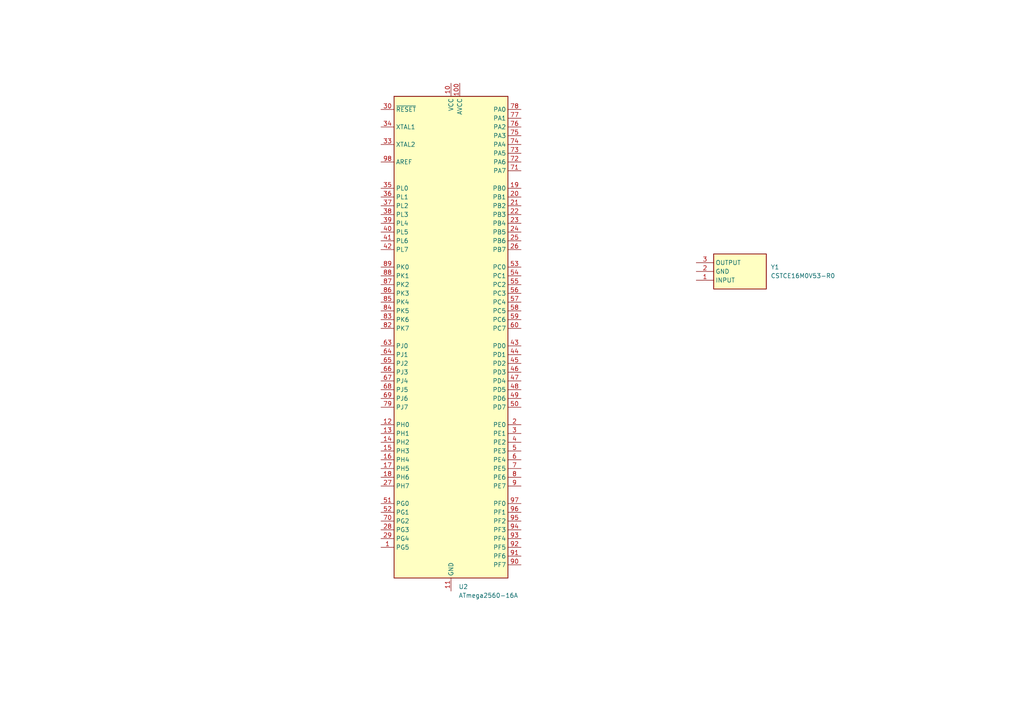
<source format=kicad_sch>
(kicad_sch (version 20230121) (generator eeschema)
  (paper "A4")
  (lib_symbols
    (symbol "MCU_Microchip_ATmega:ATmega2560-16A"
      (property "Reference" "U" (at 0 1.27 0))
      (property "Value" "ATmega2560-16A" (at 0 -1.27 0))
      (symbol "ATmega2560-16A_0_1"
        (rectangle (start -16.51 -69.85) (end 16.51 69.85) (stroke (width 0.254)) (fill (type background)))
      )
      (symbol "ATmega2560-16A_1_1"
        (pin bidirectional line (at -20.32 -60.96 0) (length 3.81) (name "PG5") (number "1"))
        (pin power_in line (at 0 73.66 270) (length 3.81) (name "VCC") (number "10"))
        (pin power_in line (at 2.54 73.66 270) (length 3.81) (name "AVCC") (number "100"))
        (pin power_in line (at 0 -73.66 90) (length 3.81) (name "GND") (number "11"))
        (pin bidirectional line (at -20.32 -25.4 0) (length 3.81) (name "PH0") (number "12"))
        (pin bidirectional line (at -20.32 -27.94 0) (length 3.81) (name "PH1") (number "13"))
        (pin bidirectional line (at -20.32 -30.48 0) (length 3.81) (name "PH2") (number "14"))
        (pin bidirectional line (at -20.32 -33.02 0) (length 3.81) (name "PH3") (number "15"))
        (pin bidirectional line (at -20.32 -35.56 0) (length 3.81) (name "PH4") (number "16"))
        (pin bidirectional line (at -20.32 -38.1 0) (length 3.81) (name "PH5") (number "17"))
        (pin bidirectional line (at -20.32 -40.64 0) (length 3.81) (name "PH6") (number "18"))
        (pin bidirectional line (at 20.32 43.18 180) (length 3.81) (name "PB0") (number "19"))
        (pin bidirectional line (at 20.32 -25.4 180) (length 3.81) (name "PE0") (number "2"))
        (pin bidirectional line (at 20.32 40.64 180) (length 3.81) (name "PB1") (number "20"))
        (pin bidirectional line (at 20.32 38.1 180) (length 3.81) (name "PB2") (number "21"))
        (pin bidirectional line (at 20.32 35.56 180) (length 3.81) (name "PB3") (number "22"))
        (pin bidirectional line (at 20.32 33.02 180) (length 3.81) (name "PB4") (number "23"))
        (pin bidirectional line (at 20.32 30.48 180) (length 3.81) (name "PB5") (number "24"))
        (pin bidirectional line (at 20.32 27.94 180) (length 3.81) (name "PB6") (number "25"))
        (pin bidirectional line (at 20.32 25.4 180) (length 3.81) (name "PB7") (number "26"))
        (pin bidirectional line (at -20.32 -43.18 0) (length 3.81) (name "PH7") (number "27"))
        (pin bidirectional line (at -20.32 -55.88 0) (length 3.81) (name "PG3") (number "28"))
        (pin bidirectional line (at -20.32 -58.42 0) (length 3.81) (name "PG4") (number "29"))
        (pin bidirectional line (at 20.32 -27.94 180) (length 3.81) (name "PE1") (number "3"))
        (pin input line (at -20.32 66.04 0) (length 3.81) (name "~{RESET}") (number "30"))
        (pin passive line (at 0 73.66 270) (length 3.81) hide (name "VCC") (number "31"))
        (pin passive line (at 0 -73.66 90) (length 3.81) hide (name "GND") (number "32"))
        (pin output line (at -20.32 55.88 0) (length 3.81) (name "XTAL2") (number "33"))
        (pin input line (at -20.32 60.96 0) (length 3.81) (name "XTAL1") (number "34"))
        (pin bidirectional line (at -20.32 43.18 0) (length 3.81) (name "PL0") (number "35"))
        (pin bidirectional line (at -20.32 40.64 0) (length 3.81) (name "PL1") (number "36"))
        (pin bidirectional line (at -20.32 38.1 0) (length 3.81) (name "PL2") (number "37"))
        (pin bidirectional line (at -20.32 35.56 0) (length 3.81) (name "PL3") (number "38"))
        (pin bidirectional line (at -20.32 33.02 0) (length 3.81) (name "PL4") (number "39"))
        (pin bidirectional line (at 20.32 -30.48 180) (length 3.81) (name "PE2") (number "4"))
        (pin bidirectional line (at -20.32 30.48 0) (length 3.81) (name "PL5") (number "40"))
        (pin bidirectional line (at -20.32 27.94 0) (length 3.81) (name "PL6") (number "41"))
        (pin bidirectional line (at -20.32 25.4 0) (length 3.81) (name "PL7") (number "42"))
        (pin bidirectional line (at 20.32 -2.54 180) (length 3.81) (name "PD0") (number "43"))
        (pin bidirectional line (at 20.32 -5.08 180) (length 3.81) (name "PD1") (number "44"))
        (pin bidirectional line (at 20.32 -7.62 180) (length 3.81) (name "PD2") (number "45"))
        (pin bidirectional line (at 20.32 -10.16 180) (length 3.81) (name "PD3") (number "46"))
        (pin bidirectional line (at 20.32 -12.7 180) (length 3.81) (name "PD4") (number "47"))
        (pin bidirectional line (at 20.32 -15.24 180) (length 3.81) (name "PD5") (number "48"))
        (pin bidirectional line (at 20.32 -17.78 180) (length 3.81) (name "PD6") (number "49"))
        (pin bidirectional line (at 20.32 -33.02 180) (length 3.81) (name "PE3") (number "5"))
        (pin bidirectional line (at 20.32 -20.32 180) (length 3.81) (name "PD7") (number "50"))
        (pin bidirectional line (at -20.32 -48.26 0) (length 3.81) (name "PG0") (number "51"))
        (pin bidirectional line (at -20.32 -50.8 0) (length 3.81) (name "PG1") (number "52"))
        (pin bidirectional line (at 20.32 20.32 180) (length 3.81) (name "PC0") (number "53"))
        (pin bidirectional line (at 20.32 17.78 180) (length 3.81) (name "PC1") (number "54"))
        (pin bidirectional line (at 20.32 15.24 180) (length 3.81) (name "PC2") (number "55"))
        (pin bidirectional line (at 20.32 12.7 180) (length 3.81) (name "PC3") (number "56"))
        (pin bidirectional line (at 20.32 10.16 180) (length 3.81) (name "PC4") (number "57"))
        (pin bidirectional line (at 20.32 7.62 180) (length 3.81) (name "PC5") (number "58"))
        (pin bidirectional line (at 20.32 5.08 180) (length 3.81) (name "PC6") (number "59"))
        (pin bidirectional line (at 20.32 -35.56 180) (length 3.81) (name "PE4") (number "6"))
        (pin bidirectional line (at 20.32 2.54 180) (length 3.81) (name "PC7") (number "60"))
        (pin passive line (at 0 73.66 270) (length 3.81) hide (name "VCC") (number "61"))
        (pin passive line (at 0 -73.66 90) (length 3.81) hide (name "GND") (number "62"))
        (pin bidirectional line (at -20.32 -2.54 0) (length 3.81) (name "PJ0") (number "63"))
        (pin bidirectional line (at -20.32 -5.08 0) (length 3.81) (name "PJ1") (number "64"))
        (pin bidirectional line (at -20.32 -7.62 0) (length 3.81) (name "PJ2") (number "65"))
        (pin bidirectional line (at -20.32 -10.16 0) (length 3.81) (name "PJ3") (number "66"))
        (pin bidirectional line (at -20.32 -12.7 0) (length 3.81) (name "PJ4") (number "67"))
        (pin bidirectional line (at -20.32 -15.24 0) (length 3.81) (name "PJ5") (number "68"))
        (pin bidirectional line (at -20.32 -17.78 0) (length 3.81) (name "PJ6") (number "69"))
        (pin bidirectional line (at 20.32 -38.1 180) (length 3.81) (name "PE5") (number "7"))
        (pin bidirectional line (at -20.32 -53.34 0) (length 3.81) (name "PG2") (number "70"))
        (pin bidirectional line (at 20.32 48.26 180) (length 3.81) (name "PA7") (number "71"))
        (pin bidirectional line (at 20.32 50.8 180) (length 3.81) (name "PA6") (number "72"))
        (pin bidirectional line (at 20.32 53.34 180) (length 3.81) (name "PA5") (number "73"))
        (pin bidirectional line (at 20.32 55.88 180) (length 3.81) (name "PA4") (number "74"))
        (pin bidirectional line (at 20.32 58.42 180) (length 3.81) (name "PA3") (number "75"))
        (pin bidirectional line (at 20.32 60.96 180) (length 3.81) (name "PA2") (number "76"))
        (pin bidirectional line (at 20.32 63.5 180) (length 3.81) (name "PA1") (number "77"))
        (pin bidirectional line (at 20.32 66.04 180) (length 3.81) (name "PA0") (number "78"))
        (pin bidirectional line (at -20.32 -20.32 0) (length 3.81) (name "PJ7") (number "79"))
        (pin bidirectional line (at 20.32 -40.64 180) (length 3.81) (name "PE6") (number "8"))
        (pin passive line (at 0 73.66 270) (length 3.81) hide (name "VCC") (number "80"))
        (pin passive line (at 0 -73.66 90) (length 3.81) hide (name "GND") (number "81"))
        (pin bidirectional line (at -20.32 2.54 0) (length 3.81) (name "PK7") (number "82"))
        (pin bidirectional line (at -20.32 5.08 0) (length 3.81) (name "PK6") (number "83"))
        (pin bidirectional line (at -20.32 7.62 0) (length 3.81) (name "PK5") (number "84"))
        (pin bidirectional line (at -20.32 10.16 0) (length 3.81) (name "PK4") (number "85"))
        (pin bidirectional line (at -20.32 12.7 0) (length 3.81) (name "PK3") (number "86"))
        (pin bidirectional line (at -20.32 15.24 0) (length 3.81) (name "PK2") (number "87"))
        (pin bidirectional line (at -20.32 17.78 0) (length 3.81) (name "PK1") (number "88"))
        (pin bidirectional line (at -20.32 20.32 0) (length 3.81) (name "PK0") (number "89"))
        (pin bidirectional line (at 20.32 -43.18 180) (length 3.81) (name "PE7") (number "9"))
        (pin bidirectional line (at 20.32 -66.04 180) (length 3.81) (name "PF7") (number "90"))
        (pin bidirectional line (at 20.32 -63.5 180) (length 3.81) (name "PF6") (number "91"))
        (pin bidirectional line (at 20.32 -60.96 180) (length 3.81) (name "PF5") (number "92"))
        (pin bidirectional line (at 20.32 -58.42 180) (length 3.81) (name "PF4") (number "93"))
        (pin bidirectional line (at 20.32 -55.88 180) (length 3.81) (name "PF3") (number "94"))
        (pin bidirectional line (at 20.32 -53.34 180) (length 3.81) (name "PF2") (number "95"))
        (pin bidirectional line (at 20.32 -50.8 180) (length 3.81) (name "PF1") (number "96"))
        (pin bidirectional line (at 20.32 -48.26 180) (length 3.81) (name "PF0") (number "97"))
        (pin passive line (at -20.32 50.8 0) (length 3.81) (name "AREF") (number "98"))
        (pin passive line (at 0 -73.66 90) (length 3.81) hide (name "GND") (number "99"))
      )
    )
    (symbol "SamacSys_Parts:CSTCE16M0V53-R0"
      (property "Reference" "Y" (at 21.59 7.62 0))
      (property "Value" "CSTCE16M0V53-R0" (at 21.59 5.08 0))
      (symbol "CSTCE16M0V53-R0_1_1"
        (rectangle (start 5.08 2.54) (end 20.32 -7.62) (stroke (width 0.254)) (fill (type background)))
        (pin passive line (at 0 -5.08 0) (length 5.08) (name "INPUT") (number "1"))
        (pin passive line (at 0 -2.54 0) (length 5.08) (name "GND") (number "2"))
        (pin passive line (at 0 0 0) (length 5.08) (name "OUTPUT") (number "3"))
      )
    )
  )
  (symbol (lib_id "SamacSys_Parts:CSTCE16M0V53-R0") (at 201.93 76.2 0) (unit 1)
    (property "Reference" "Y1" (at 223.52 77.47 0) (effects (justify left)))
    (property "Value" "CSTCE16M0V53-R0" (at 223.52 80.01 0) (effects (justify left)))
    (property "Footprint" "SamacSys_Parts:CSTCE16M0V53R0" (effects hide))
    (property "Datasheet" "https://www.murata.com/en-sg/products/productdetail?partno=CSTCE16M0V53-R0" (effects hide))
    (property "Height" "1" (effects hide))
    (property "Mouser Part Number" "81-CSTCE16M0V53-R0" (effects hide))
    (property "Mouser Price/Stock" "https://www.mouser.co.uk/ProductDetail/Murata-Electronics/CSTCE16M0V53-R0?qs=HPA2Xx%252BU0WhPWbRcNuzhZw%3D%3D" (effects hide))
    (property "Manufacturer_Name" "Murata Electronics" (effects hide))
    (property "Manufacturer_Part_Number" "CSTCE16M0V53-R0" (effects hide))
  )
  (symbol (lib_id "MCU_Microchip_ATmega:ATmega2560-16A") (at 130.81 97.79 0) (unit 1)
    (property "Reference" "U2" (at 133.0041 170.18 0) (effects (justify left)))
    (property "Value" "ATmega2560-16A" (at 133.0041 172.72 0) (effects (justify left)))
    (property "Footprint" "Package_QFP:TQFP-100_14x14mm_P0.5mm" (effects hide))
    (property "Datasheet" "http://ww1.microchip.com/downloads/en/DeviceDoc/Atmel-2549-8-bit-AVR-Microcontroller-ATmega640-1280-1281-2560-2561_datasheet.pdf" (effects hide))
  )
)
</source>
